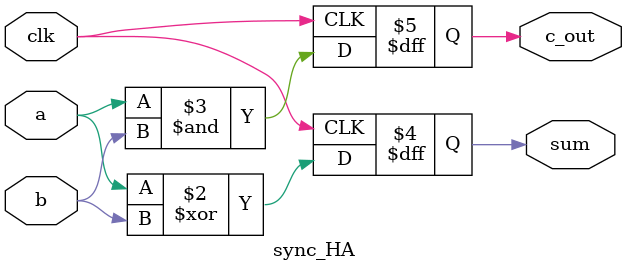
<source format=v>
module sync_HA(a,b,clk,sum,c_out);
	input a,b,clk;
	output reg sum, c_out;

always@(posedge clk)
   begin
      sum<=a^b;
      c_out<=a&b;
   end 
endmodule

</source>
